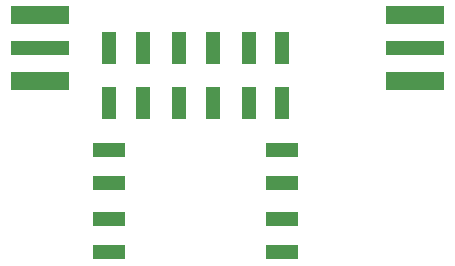
<source format=gbr>
%TF.GenerationSoftware,Altium Limited,Altium Designer,20.0.10 (225)*%
G04 Layer_Color=8421504*
%FSLAX26Y26*%
%MOIN*%
%TF.FileFunction,Paste,Top*%
%TF.Part,Single*%
G01*
G75*
%TA.AperFunction,SMDPad,CuDef*%
%ADD10R,0.106299X0.049213*%
%ADD11R,0.049213X0.106299*%
%ADD12R,0.196850X0.047244*%
%ADD13R,0.196850X0.062992*%
D10*
X2665000Y2330390D02*
D03*
Y2218185D02*
D03*
Y2100390D02*
D03*
Y1988185D02*
D03*
X2090000Y2100390D02*
D03*
Y1988185D02*
D03*
Y2330390D02*
D03*
Y2218185D02*
D03*
D11*
X2667205Y2669287D02*
D03*
X2555000D02*
D03*
X2667205Y2484287D02*
D03*
X2555000D02*
D03*
X2434705D02*
D03*
X2322500D02*
D03*
X2434705Y2669287D02*
D03*
X2322500D02*
D03*
X2202205Y2484287D02*
D03*
X2090000D02*
D03*
X2202205Y2669287D02*
D03*
X2090000D02*
D03*
D12*
X3107874D02*
D03*
X1860630D02*
D03*
D13*
X3107874Y2778343D02*
D03*
Y2560232D02*
D03*
X1860630D02*
D03*
Y2778343D02*
D03*
%TF.MD5,8c30aa7061fe5a70b5b7ce975ab6a2d7*%
M02*

</source>
